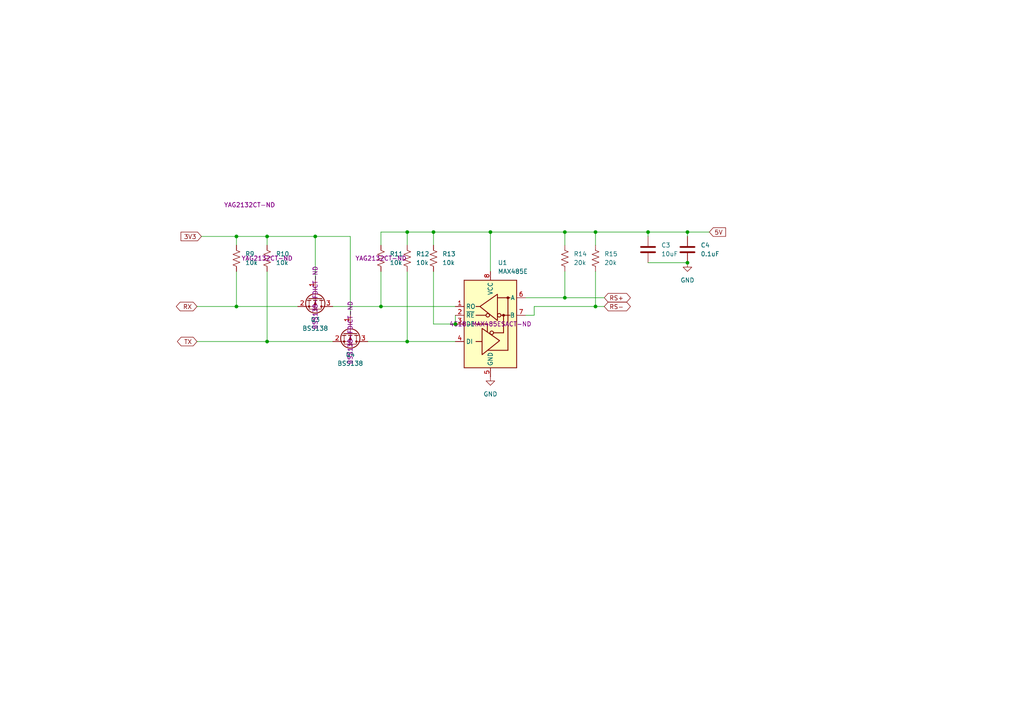
<source format=kicad_sch>
(kicad_sch (version 20250114) (generator "eeschema") (generator_version "9.0")
  (paper "A4")
  (lib_symbols
    (symbol "Device:C" (pin_numbers (hide yes)) (pin_names (offset 0.254))
      (property "Reference" "C" (at 0.635 2.54 0))
      (property "Value" "C" (at 0.635 -2.54 0))
      (symbol "C_0_1"
        (polyline (pts (xy -2.032 0.762) (xy 2.032 0.762)) (stroke (width 0.508)))
        (polyline (pts (xy -2.032 -0.762) (xy 2.032 -0.762)) (stroke (width 0.508)))
      )
      (symbol "C_1_1"
        (pin passive line (at 0 3.81 270) (length 2.794) (name "~") (number "1"))
        (pin passive line (at 0 -3.81 90) (length 2.794) (name "~") (number "2"))
      )
    )
    (symbol "Device:R_US" (pin_numbers (hide yes)) (pin_names (offset 0))
      (property "Reference" "R" (at 2.54 0 90))
      (property "Value" "R_US" (at -2.54 0 90))
      (symbol "R_US_0_1"
        (polyline (pts (xy 0 2.286) (xy 0 2.54)))
        (polyline (pts (xy 0 2.286) (xy 1.016 1.905) (xy 0 1.524) (xy -1.016 1.143) (xy 0 0.762)))
        (polyline (pts (xy 0 0.762) (xy 1.016 0.381) (xy 0 0) (xy -1.016 -0.381) (xy 0 -0.762)))
        (polyline (pts (xy 0 -0.762) (xy 1.016 -1.143) (xy 0 -1.524) (xy -1.016 -1.905) (xy 0 -2.286)))
        (polyline (pts (xy 0 -2.286) (xy 0 -2.54)))
      )
      (symbol "R_US_1_1"
        (pin passive line (at 0 3.81 270) (length 1.27) (name "~") (number "1"))
        (pin passive line (at 0 -3.81 90) (length 1.27) (name "~") (number "2"))
      )
    )
    (symbol "Interface_UART:MAX485E"
      (property "Reference" "U1" (at 2.1433 17.78 0))
      (property "Value" "MAX485E" (at 2.1433 15.24 0))
      (property "Digikey Part Number" "4518-MAX485ESACT-ND" (at 0 0 0))
      (symbol "MAX485E_0_1"
        (rectangle (start -7.62 12.7) (end 7.62 -12.7) (stroke (width 0.254)) (fill (type background)))
        (polyline (pts (xy -4.191 2.54) (xy -1.27 2.54)) (stroke (width 0.254)))
        (polyline (pts (xy -4.191 0) (xy -0.889 0) (xy -0.889 -2.286)) (stroke (width 0.254)))
        (polyline (pts (xy -3.175 5.08) (xy -4.191 5.08) (xy -4.064 5.08)) (stroke (width 0.254)))
        (polyline (pts (xy -2.54 -5.08) (xy -4.191 -5.08)) (stroke (width 0.254)))
        (polyline (pts (xy -2.413 -5.08) (xy -2.413 -1.27) (xy 2.667 -4.826) (xy -2.413 -8.89) (xy -2.413 -5.08)) (stroke (width 0.254)))
        (polyline (pts (xy -0.635 -7.62) (xy 5.08 -7.62)) (stroke (width 0.254)))
        (circle (center 0.381 -2.54) (radius 0.508) (stroke (width 0.254)))
        (polyline (pts (xy 0.889 -2.54) (xy 3.81 -2.54)) (stroke (width 0.254)))
        (polyline (pts (xy 2.032 7.62) (xy 5.715 7.62)) (stroke (width 0.254)))
        (polyline (pts (xy 3.048 2.54) (xy 5.715 2.54)) (stroke (width 0.254)))
        (circle (center 3.81 2.54) (radius 0.2794) (stroke (width 0.254)) (fill (type outline)))
        (polyline (pts (xy 3.81 -2.54) (xy 3.81 2.54)) (stroke (width 0.254)))
        (polyline (pts (xy 5.08 -7.62) (xy 5.08 7.62)) (stroke (width 0.254)))
      )
      (symbol "MAX485E_1_1"
        (circle (center -0.762 2.54) (radius 0.508) (stroke (width 0.254)))
        (polyline (pts (xy 2.032 4.826) (xy 2.032 8.636) (xy -3.048 5.08) (xy 2.032 1.016) (xy 2.032 4.826)) (stroke (width 0.254)))
        (circle (center 2.54 2.54) (radius 0.508) (stroke (width 0.254)))
        (circle (center 5.08 7.62) (radius 0.2794) (stroke (width 0.254)) (fill (type outline)))
        (pin output line (at -10.16 5.08 0) (length 2.54) (name "RO") (number "1"))
        (pin input line (at -10.16 2.54 0) (length 2.54) (name "~{RE}") (number "2"))
        (pin input line (at -10.16 0 0) (length 2.54) (name "DE") (number "3"))
        (pin input line (at -10.16 -5.08 0) (length 2.54) (name "DI") (number "4"))
        (pin power_in line (at 0 15.24 270) (length 2.54) (name "VCC") (number "8"))
        (pin power_in line (at 0 -15.24 90) (length 2.54) (name "GND") (number "5"))
        (pin input line (at 0 -15.24 90) (length 2.54) (hide yes) (name "") (number "9"))
        (pin bidirectional line (at 10.16 7.62 180) (length 2.54) (name "A") (number "6"))
        (pin bidirectional line (at 10.16 2.54 180) (length 2.54) (name "B") (number "7"))
      )
    )
    (symbol "Transistor_FET:BSS138" (pin_names (hide yes))
      (property "Reference" "Q" (at 5.08 1.905 0))
      (property "Value" "BSS138" (at 5.08 0 0))
      (symbol "BSS138_0_1"
        (polyline (pts (xy 0.254 1.905) (xy 0.254 -1.905)) (stroke (width 0.254)))
        (polyline (pts (xy 0.254 0) (xy -2.54 0)))
        (polyline (pts (xy 0.762 2.286) (xy 0.762 1.27)) (stroke (width 0.254)))
        (polyline (pts (xy 0.762 0.508) (xy 0.762 -0.508)) (stroke (width 0.254)))
        (polyline (pts (xy 0.762 -1.27) (xy 0.762 -2.286)) (stroke (width 0.254)))
        (polyline (pts (xy 0.762 -1.778) (xy 3.302 -1.778) (xy 3.302 1.778) (xy 0.762 1.778)))
        (polyline (pts (xy 1.016 0) (xy 2.032 0.381) (xy 2.032 -0.381) (xy 1.016 0)) (fill (type outline)))
        (circle (center 1.651 0) (radius 2.794) (stroke (width 0.254)))
        (polyline (pts (xy 2.54 2.54) (xy 2.54 1.778)))
        (circle (center 2.54 1.778) (radius 0.254) (fill (type outline)))
        (circle (center 2.54 -1.778) (radius 0.254) (fill (type outline)))
        (polyline (pts (xy 2.54 -2.54) (xy 2.54 0) (xy 0.762 0)))
        (polyline (pts (xy 2.794 0.508) (xy 2.921 0.381) (xy 3.683 0.381) (xy 3.81 0.254)))
        (polyline (pts (xy 3.302 0.381) (xy 2.921 -0.254) (xy 3.683 -0.254) (xy 3.302 0.381)))
      )
      (symbol "BSS138_1_1"
        (pin input line (at -5.08 0 0) (length 2.54) (name "G") (number "1"))
        (pin passive line (at 2.54 5.08 270) (length 2.54) (name "D") (number "3"))
        (pin passive line (at 2.54 -5.08 90) (length 2.54) (name "S") (number "2"))
      )
    )
    (symbol "power:GND" (power) (pin_numbers (hide yes)) (pin_names (offset 0) (hide yes))
      (property "Value" "GND" (at 0 -3.81 0))
      (symbol "GND_0_1"
        (polyline (pts (xy 0 0) (xy 0 -1.27) (xy 1.27 -1.27) (xy 0 -2.54) (xy -1.27 -1.27) (xy 0 -1.27)))
      )
      (symbol "GND_1_1"
        (pin power_in line (at 0 0 270) (length 0) (name "~") (number "1"))
      )
    )
  )
  (junction (at 118.11 99.06))
  (junction (at 77.47 68.58))
  (junction (at 172.72 88.9))
  (junction (at 199.39 67.31))
  (junction (at 132.08 93.98))
  (junction (at 68.58 68.58))
  (junction (at 142.24 67.31))
  (junction (at 91.44 68.58))
  (junction (at 118.11 67.31))
  (junction (at 77.47 99.06))
  (junction (at 163.83 86.36))
  (junction (at 110.49 88.9))
  (junction (at 172.72 67.31))
  (junction (at 187.96 67.31))
  (junction (at 199.39 76.2))
  (junction (at 125.73 67.31))
  (junction (at 163.83 67.31))
  (junction (at 68.58 88.9))
  (wire (pts (xy 154.94 88.9) (xy 172.72 88.9)))
  (wire (pts (xy 68.58 88.9) (xy 86.36 88.9)))
  (wire (pts (xy 163.83 78.74) (xy 163.83 86.36)))
  (wire (pts (xy 91.44 68.58) (xy 101.6 68.58)))
  (wire (pts (xy 57.15 88.9) (xy 68.58 88.9)))
  (wire (pts (xy 154.94 91.44) (xy 154.94 88.9)))
  (wire (pts (xy 163.83 67.31) (xy 172.72 67.31)))
  (wire (pts (xy 125.73 93.98) (xy 132.08 93.98)))
  (wire (pts (xy 101.6 68.58) (xy 101.6 91.44)))
  (wire (pts (xy 57.15 99.06) (xy 77.47 99.06)))
  (wire (pts (xy 125.73 78.74) (xy 125.73 93.98)))
  (wire (pts (xy 106.68 99.06) (xy 118.11 99.06)))
  (wire (pts (xy 118.11 67.31) (xy 125.73 67.31)))
  (wire (pts (xy 68.58 68.58) (xy 68.58 71.12)))
  (wire (pts (xy 199.39 67.31) (xy 199.39 68.58)))
  (wire (pts (xy 205.74 67.31) (xy 199.39 67.31)))
  (wire (pts (xy 91.44 68.58) (xy 91.44 81.28)))
  (wire (pts (xy 110.49 67.31) (xy 110.49 71.12)))
  (wire (pts (xy 172.72 88.9) (xy 175.26 88.9)))
  (wire (pts (xy 125.73 67.31) (xy 142.24 67.31)))
  (wire (pts (xy 110.49 88.9) (xy 132.08 88.9)))
  (wire (pts (xy 172.72 78.74) (xy 172.72 88.9)))
  (wire (pts (xy 68.58 78.74) (xy 68.58 88.9)))
  (wire (pts (xy 118.11 78.74) (xy 118.11 99.06)))
  (wire (pts (xy 110.49 78.74) (xy 110.49 88.9)))
  (wire (pts (xy 152.4 91.44) (xy 154.94 91.44)))
  (wire (pts (xy 77.47 68.58) (xy 91.44 68.58)))
  (wire (pts (xy 77.47 78.74) (xy 77.47 99.06)))
  (wire (pts (xy 142.24 67.31) (xy 142.24 78.74)))
  (wire (pts (xy 132.08 93.98) (xy 132.08 91.44)))
  (wire (pts (xy 58.42 68.58) (xy 68.58 68.58)))
  (wire (pts (xy 187.96 76.2) (xy 199.39 76.2)))
  (wire (pts (xy 77.47 99.06) (xy 96.52 99.06)))
  (wire (pts (xy 96.52 88.9) (xy 110.49 88.9)))
  (wire (pts (xy 68.58 68.58) (xy 77.47 68.58)))
  (wire (pts (xy 110.49 67.31) (xy 118.11 67.31)))
  (wire (pts (xy 163.83 86.36) (xy 175.26 86.36)))
  (wire (pts (xy 187.96 67.31) (xy 187.96 68.58)))
  (wire (pts (xy 118.11 99.06) (xy 132.08 99.06)))
  (wire (pts (xy 125.73 67.31) (xy 125.73 71.12)))
  (wire (pts (xy 172.72 67.31) (xy 172.72 71.12)))
  (wire (pts (xy 152.4 86.36) (xy 163.83 86.36)))
  (wire (pts (xy 142.24 67.31) (xy 163.83 67.31)))
  (wire (pts (xy 118.11 67.31) (xy 118.11 71.12)))
  (wire (pts (xy 77.47 68.58) (xy 77.47 71.12)))
  (wire (pts (xy 163.83 67.31) (xy 163.83 71.12)))
  (wire (pts (xy 172.72 67.31) (xy 187.96 67.31)))
  (wire (pts (xy 187.96 67.31) (xy 199.39 67.31)))
  (global_label "RX" (shape bidirectional) (at 57.15 88.9 180) (property "Intersheetrefs" "${INTERSHEET_REFS}" (effects (hide yes))))
  (global_label "3V3" (shape input) (at 58.42 68.58 180) (property "Intersheetrefs" "${INTERSHEET_REFS}" (effects (hide yes))))
  (global_label "RS+" (shape bidirectional) (at 175.26 86.36 0) (property "Intersheetrefs" "${INTERSHEET_REFS}" (effects (hide yes))))
  (global_label "RS-" (shape bidirectional) (at 175.26 88.9 0) (property "Intersheetrefs" "${INTERSHEET_REFS}" (effects (hide yes))))
  (global_label "TX" (shape bidirectional) (at 57.15 99.06 180) (property "Intersheetrefs" "${INTERSHEET_REFS}" (effects (hide yes))))
  (global_label "5V" (shape input) (at 205.74 67.31 0) (property "Intersheetrefs" "${INTERSHEET_REFS}" (effects (hide yes))))
  (symbol (lib_id "Device:R_US") (at 77.47 74.93 0) (unit 1)
    (property "Reference" "R10" (at 80.01 73.6599 0) (effects (justify left)))
    (property "Value" "10k" (at 80.01 76.1999 0) (effects (justify left)))
    (property "Footprint" "Resistor_SMD:R_0805_2012Metric" (effects (hide yes)))
    (property "Description" "Resistor, US symbol" (effects (hide yes)))
    (property "Digikey Part Number" "YAG2132CT-ND" (at 77.47 74.93 0))
  )
  (symbol (lib_id "Transistor_FET:BSS138") (at 91.44 86.36 270) (unit 1)
    (property "Reference" "Q3" (at 91.44 92.71 90))
    (property "Value" "BSS138" (at 91.44 95.25 90))
    (property "Footprint" "Package_TO_SOT_SMD:SOT-23-3" (effects (hide yes)))
    (property "Datasheet" "https://www.onsemi.com/pub/Collateral/BSS138-D.PDF" (effects (hide yes)))
    (property "Description" "50V Vds, 0.22A Id, N-Channel MOSFET, SOT-23" (effects (hide yes)))
    (property "Digikey Part Number" "BSS138-FDICT-ND" (at 91.44 86.36 0))
  )
  (symbol (lib_id "Device:R_US") (at 118.11 74.93 0) (unit 1)
    (property "Reference" "R12" (at 120.65 73.6599 0) (effects (justify left)))
    (property "Value" "10k" (at 120.65 76.1999 0) (effects (justify left)))
    (property "Footprint" "Resistor_SMD:R_0805_2012Metric" (effects (hide yes)))
    (property "Description" "Resistor, US symbol" (effects (hide yes)))
    (property "Digikey Part Number" "YAG2132CT-ND" (effects (hide yes)))
  )
  (symbol (lib_id "power:GND") (at 142.24 109.22 0) (unit 1)
    (property "Reference" "#PWR08" (effects (hide yes)))
    (property "Value" "GND" (at 142.24 114.3 0))
    (property "Description" "Power symbol creates a global label with name \"GND\" , ground" (effects (hide yes)))
  )
  (symbol (lib_id "Device:C") (at 199.39 72.39 0) (unit 1)
    (property "Reference" "C4" (at 203.2 71.1199 0) (effects (justify left)))
    (property "Value" "0.1uF" (at 203.2 73.6599 0) (effects (justify left)))
    (property "Footprint" "Capacitor_SMD:C_0805_2012Metric" (effects (hide yes)))
    (property "Description" "Unpolarized capacitor" (effects (hide yes)))
    (property "Digikey Part Number" "399-C0805C104M5UACTUCT-ND" (effects (hide yes)))
  )
  (symbol (lib_id "Device:C") (at 187.96 72.39 0) (unit 1)
    (property "Reference" "C3" (at 191.77 71.1199 0) (effects (justify left)))
    (property "Value" "10uF" (at 191.77 73.6599 0) (effects (justify left)))
    (property "Footprint" "Capacitor_SMD:C_0805_2012Metric" (effects (hide yes)))
    (property "Description" "Unpolarized capacitor" (effects (hide yes)))
    (property "Digikey Part Number" "399-C0805C106K4PACTUCT-ND" (effects (hide yes)))
  )
  (symbol (lib_id "Device:R_US") (at 110.49 74.93 0) (unit 1)
    (property "Reference" "R11" (at 113.03 73.6599 0) (effects (justify left)))
    (property "Value" "10k" (at 113.03 76.1999 0) (effects (justify left)))
    (property "Footprint" "Resistor_SMD:R_0805_2012Metric" (effects (hide yes)))
    (property "Description" "Resistor, US symbol" (effects (hide yes)))
    (property "Digikey Part Number" "YAG2132CT-ND" (at 110.49 74.93 0))
  )
  (symbol (lib_id "Device:R_US") (at 172.72 74.93 0) (unit 1)
    (property "Reference" "R15" (at 175.26 73.6599 0) (effects (justify left)))
    (property "Value" "20k" (at 175.26 76.1999 0) (effects (justify left)))
    (property "Footprint" "Resistor_SMD:R_0805_2012Metric" (effects (hide yes)))
    (property "Description" "Resistor, US symbol" (effects (hide yes)))
    (property "Digikey Part Number" "13-RC0805FR-1020KLCT-ND" (effects (hide yes)))
  )
  (symbol (lib_id "Device:R_US") (at 68.58 74.93 0) (unit 1)
    (property "Reference" "R9" (at 71.12 73.6599 0) (effects (justify left)))
    (property "Value" "10k" (at 71.12 76.1999 0) (effects (justify left)))
    (property "Footprint" "Resistor_SMD:R_0805_2012Metric" (effects (hide yes)))
    (property "Description" "Resistor, US symbol" (effects (hide yes)))
    (property "Digikey Part Number" "YAG2132CT-ND" (at 72.39 59.436 0))
  )
  (symbol (lib_id "Device:R_US") (at 163.83 74.93 0) (unit 1)
    (property "Reference" "R14" (at 166.37 73.6599 0) (effects (justify left)))
    (property "Value" "20k" (at 166.37 76.1999 0) (effects (justify left)))
    (property "Footprint" "Resistor_SMD:R_0805_2012Metric" (effects (hide yes)))
    (property "Description" "Resistor, US symbol" (effects (hide yes)))
    (property "Digikey Part Number" "13-RC0805FR-1020KLCT-ND" (effects (hide yes)))
  )
  (symbol (lib_id "Transistor_FET:BSS138") (at 101.6 96.52 270) (unit 1)
    (property "Reference" "Q4" (at 101.6 102.87 90))
    (property "Value" "BSS138" (at 101.6 105.41 90))
    (property "Footprint" "Package_TO_SOT_SMD:SOT-23-3" (effects (hide yes)))
    (property "Datasheet" "https://www.onsemi.com/pub/Collateral/BSS138-D.PDF" (effects (hide yes)))
    (property "Description" "50V Vds, 0.22A Id, N-Channel MOSFET, SOT-23" (effects (hide yes)))
    (property "Digikey Part Number" "BSS138-FDICT-ND" (at 101.6 96.52 0))
  )
  (symbol (lib_id "Device:R_US") (at 125.73 74.93 0) (unit 1)
    (property "Reference" "R13" (at 128.27 73.6599 0) (effects (justify left)))
    (property "Value" "10k" (at 128.27 76.1999 0) (effects (justify left)))
    (property "Footprint" "Resistor_SMD:R_0805_2012Metric" (effects (hide yes)))
    (property "Description" "Resistor, US symbol" (effects (hide yes)))
    (property "Digikey Part Number" "YAG2132CT-ND" (effects (hide yes)))
  )
  (symbol (lib_id "Interface_UART:MAX485E") (at 142.24 93.98 0) (unit 1)
    (property "Reference" "U1" (at 144.3833 76.2 0) (effects (justify left)))
    (property "Value" "MAX485E" (at 144.3833 78.74 0) (effects (justify left)))
    (property "Footprint" "Package_SO:SOIC-8-1EP_3.9x4.9mm_P1.27mm_EP2.29x3mm" (effects (hide yes)))
    (property "Datasheet" "https://datasheets.maximintegrated.com/en/ds/MAX1487E-MAX491E.pdf" (effects (hide yes)))
    (property "Description" "Half duplex RS-485/RS-422, 2.5 Mbps, ±15kV electro-static discharge (ESD) protection, no slew-rate, no low-power shutdown, with receiver/driver enable, 32 receiver drive capability, DIP-8 and SOIC-8" (effects (hide yes)))
    (property "Digikey Part Number" "4518-MAX485ESACT-ND" (at 142.24 93.98 0))
  )
  (symbol (lib_id "power:GND") (at 199.39 76.2 0) (unit 1)
    (property "Reference" "#PWR09" (effects (hide yes)))
    (property "Value" "GND" (at 199.39 81.28 0))
    (property "Description" "Power symbol creates a global label with name \"GND\" , ground" (effects (hide yes)))
  )
)
</source>
